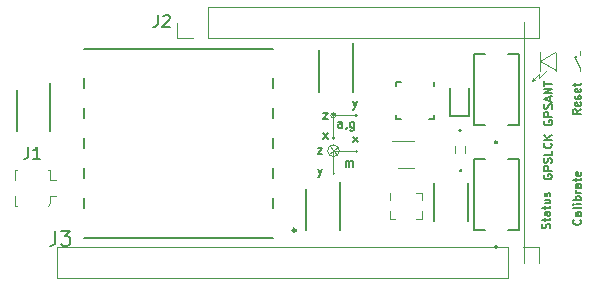
<source format=gbr>
G04 #@! TF.GenerationSoftware,KiCad,Pcbnew,(5.1.4)-1*
G04 #@! TF.CreationDate,2019-11-20T19:39:55+01:00*
G04 #@! TF.ProjectId,Open_Telemetry_digitalSensorShield,4f70656e-5f54-4656-9c65-6d657472795f,P1A_02 - Prototype manuf.*
G04 #@! TF.SameCoordinates,Original*
G04 #@! TF.FileFunction,Legend,Top*
G04 #@! TF.FilePolarity,Positive*
%FSLAX46Y46*%
G04 Gerber Fmt 4.6, Leading zero omitted, Abs format (unit mm)*
G04 Created by KiCad (PCBNEW (5.1.4)-1) date 2019-11-20 19:39:55*
%MOMM*%
%LPD*%
G04 APERTURE LIST*
%ADD10C,0.120000*%
%ADD11C,0.150000*%
%ADD12C,0.200000*%
%ADD13C,0.254000*%
%ADD14C,0.100000*%
G04 APERTURE END LIST*
D10*
X242732560Y-143746220D02*
X242719860Y-143753840D01*
X241975640Y-144343120D02*
X242732560Y-143746220D01*
X242059460Y-143677640D02*
X242727480Y-144426940D01*
X242878219Y-144063720D02*
G75*
G03X242878219Y-144063720I-497010J0D01*
G01*
D11*
X243422051Y-145429165D02*
X243422051Y-144929165D01*
X243422051Y-145000594D02*
X243457765Y-144964880D01*
X243529194Y-144929165D01*
X243636337Y-144929165D01*
X243707765Y-144964880D01*
X243743480Y-145036308D01*
X243743480Y-145429165D01*
X243743480Y-145036308D02*
X243779194Y-144964880D01*
X243850622Y-144929165D01*
X243957765Y-144929165D01*
X244029194Y-144964880D01*
X244064908Y-145036308D01*
X244064908Y-145429165D01*
X241037608Y-145564165D02*
X241216180Y-146064165D01*
X241394751Y-145564165D02*
X241216180Y-146064165D01*
X241144751Y-146242737D01*
X241109037Y-146278451D01*
X241037608Y-146314165D01*
X241052771Y-143862365D02*
X241445628Y-143862365D01*
X241052771Y-144362365D01*
X241445628Y-144362365D01*
X244055051Y-143356525D02*
X244447908Y-142856525D01*
X244055051Y-142856525D02*
X244447908Y-143356525D01*
D10*
X242445540Y-145923000D02*
X242387120Y-146047460D01*
X244279420Y-143997680D02*
X244403880Y-144056100D01*
X244276880Y-144134840D02*
X244279420Y-143997680D01*
X242384580Y-146060160D02*
X242308380Y-145920460D01*
X242308380Y-145920460D02*
X242445540Y-145923000D01*
X244416580Y-144058640D02*
X244276880Y-144134840D01*
X242382040Y-144058640D02*
X242384580Y-146060160D01*
X242366800Y-144061180D02*
X244368320Y-144058640D01*
D11*
X243101857Y-142099225D02*
X243101857Y-141706368D01*
X243066142Y-141634940D01*
X242994714Y-141599225D01*
X242851857Y-141599225D01*
X242780428Y-141634940D01*
X243101857Y-142063511D02*
X243030428Y-142099225D01*
X242851857Y-142099225D01*
X242780428Y-142063511D01*
X242744714Y-141992082D01*
X242744714Y-141920654D01*
X242780428Y-141849225D01*
X242851857Y-141813511D01*
X243030428Y-141813511D01*
X243101857Y-141777797D01*
X243494714Y-142063511D02*
X243494714Y-142099225D01*
X243459000Y-142170654D01*
X243423285Y-142206368D01*
X244137571Y-141599225D02*
X244137571Y-142206368D01*
X244101857Y-142277797D01*
X244066142Y-142313511D01*
X243994714Y-142349225D01*
X243887571Y-142349225D01*
X243816142Y-142313511D01*
X244137571Y-142063511D02*
X244066142Y-142099225D01*
X243923285Y-142099225D01*
X243851857Y-142063511D01*
X243816142Y-142027797D01*
X243780428Y-141956368D01*
X243780428Y-141742082D01*
X243816142Y-141670654D01*
X243851857Y-141634940D01*
X243923285Y-141599225D01*
X244066142Y-141599225D01*
X244137571Y-141634940D01*
X241504891Y-140888025D02*
X241897748Y-140888025D01*
X241504891Y-141388025D01*
X241897748Y-141388025D01*
X241532831Y-143054265D02*
X241925688Y-142554265D01*
X241532831Y-142554265D02*
X241925688Y-143054265D01*
X244057668Y-139849165D02*
X244236240Y-140349165D01*
X244414811Y-139849165D02*
X244236240Y-140349165D01*
X244164811Y-140527737D01*
X244129097Y-140563451D01*
X244057668Y-140599165D01*
D10*
X242493913Y-141048740D02*
G75*
G03X242493913Y-141048740I-114413J0D01*
G01*
X242592042Y-141066520D02*
G75*
G03X242592042Y-141066520I-212542J0D01*
G01*
X242430300Y-142915640D02*
X242371880Y-143040100D01*
X242293140Y-142913100D02*
X242430300Y-142915640D01*
X242366800Y-141051280D02*
X242369340Y-143052800D01*
X242369340Y-143052800D02*
X242293140Y-142913100D01*
X244215920Y-140990320D02*
X244340380Y-141048740D01*
X244213380Y-141127480D02*
X244215920Y-140990320D01*
X244353080Y-141051280D02*
X244213380Y-141127480D01*
X242351560Y-141053820D02*
X244353080Y-141051280D01*
X263271000Y-135991600D02*
X263271000Y-135636000D01*
X262763000Y-136144000D02*
X262813800Y-136245600D01*
X262940800Y-136042400D02*
X262737600Y-136118600D01*
X262813800Y-136245600D02*
X262940800Y-136042400D01*
X263271000Y-137033000D02*
X262813800Y-136245600D01*
X263271000Y-137287000D02*
X263271000Y-137033000D01*
D11*
X260236220Y-141509253D02*
X260202886Y-141575920D01*
X260202886Y-141675920D01*
X260236220Y-141775920D01*
X260302886Y-141842586D01*
X260369553Y-141875920D01*
X260502886Y-141909253D01*
X260602886Y-141909253D01*
X260736220Y-141875920D01*
X260802886Y-141842586D01*
X260869553Y-141775920D01*
X260902886Y-141675920D01*
X260902886Y-141609253D01*
X260869553Y-141509253D01*
X260836220Y-141475920D01*
X260602886Y-141475920D01*
X260602886Y-141609253D01*
X260902886Y-141175920D02*
X260202886Y-141175920D01*
X260202886Y-140909253D01*
X260236220Y-140842586D01*
X260269553Y-140809253D01*
X260336220Y-140775920D01*
X260436220Y-140775920D01*
X260502886Y-140809253D01*
X260536220Y-140842586D01*
X260569553Y-140909253D01*
X260569553Y-141175920D01*
X260869553Y-140509253D02*
X260902886Y-140409253D01*
X260902886Y-140242586D01*
X260869553Y-140175920D01*
X260836220Y-140142586D01*
X260769553Y-140109253D01*
X260702886Y-140109253D01*
X260636220Y-140142586D01*
X260602886Y-140175920D01*
X260569553Y-140242586D01*
X260536220Y-140375920D01*
X260502886Y-140442586D01*
X260469553Y-140475920D01*
X260402886Y-140509253D01*
X260336220Y-140509253D01*
X260269553Y-140475920D01*
X260236220Y-140442586D01*
X260202886Y-140375920D01*
X260202886Y-140209253D01*
X260236220Y-140109253D01*
X260702886Y-139842586D02*
X260702886Y-139509253D01*
X260902886Y-139909253D02*
X260202886Y-139675920D01*
X260902886Y-139442586D01*
X260902886Y-139209253D02*
X260202886Y-139209253D01*
X260902886Y-138809253D01*
X260202886Y-138809253D01*
X260202886Y-138575920D02*
X260202886Y-138175920D01*
X260902886Y-138375920D02*
X260202886Y-138375920D01*
X260210820Y-146080453D02*
X260177486Y-146147120D01*
X260177486Y-146247120D01*
X260210820Y-146347120D01*
X260277486Y-146413786D01*
X260344153Y-146447120D01*
X260477486Y-146480453D01*
X260577486Y-146480453D01*
X260710820Y-146447120D01*
X260777486Y-146413786D01*
X260844153Y-146347120D01*
X260877486Y-146247120D01*
X260877486Y-146180453D01*
X260844153Y-146080453D01*
X260810820Y-146047120D01*
X260577486Y-146047120D01*
X260577486Y-146180453D01*
X260877486Y-145747120D02*
X260177486Y-145747120D01*
X260177486Y-145480453D01*
X260210820Y-145413786D01*
X260244153Y-145380453D01*
X260310820Y-145347120D01*
X260410820Y-145347120D01*
X260477486Y-145380453D01*
X260510820Y-145413786D01*
X260544153Y-145480453D01*
X260544153Y-145747120D01*
X260844153Y-145080453D02*
X260877486Y-144980453D01*
X260877486Y-144813786D01*
X260844153Y-144747120D01*
X260810820Y-144713786D01*
X260744153Y-144680453D01*
X260677486Y-144680453D01*
X260610820Y-144713786D01*
X260577486Y-144747120D01*
X260544153Y-144813786D01*
X260510820Y-144947120D01*
X260477486Y-145013786D01*
X260444153Y-145047120D01*
X260377486Y-145080453D01*
X260310820Y-145080453D01*
X260244153Y-145047120D01*
X260210820Y-145013786D01*
X260177486Y-144947120D01*
X260177486Y-144780453D01*
X260210820Y-144680453D01*
X260877486Y-144047120D02*
X260877486Y-144380453D01*
X260177486Y-144380453D01*
X260810820Y-143413786D02*
X260844153Y-143447120D01*
X260877486Y-143547120D01*
X260877486Y-143613786D01*
X260844153Y-143713786D01*
X260777486Y-143780453D01*
X260710820Y-143813786D01*
X260577486Y-143847120D01*
X260477486Y-143847120D01*
X260344153Y-143813786D01*
X260277486Y-143780453D01*
X260210820Y-143713786D01*
X260177486Y-143613786D01*
X260177486Y-143547120D01*
X260210820Y-143447120D01*
X260244153Y-143413786D01*
X260877486Y-143113786D02*
X260177486Y-143113786D01*
X260877486Y-142713786D02*
X260477486Y-143013786D01*
X260177486Y-142713786D02*
X260577486Y-143113786D01*
D10*
X259290820Y-137891520D02*
X259443220Y-138069320D01*
X259189220Y-138196320D02*
X259290820Y-137891520D01*
X259468620Y-138069320D02*
X259189220Y-138196320D01*
X259773420Y-137586720D02*
X259265420Y-138094720D01*
X259748020Y-137866120D02*
X259773420Y-137586720D01*
X260459220Y-137231120D02*
X259748020Y-137866120D01*
X259875020Y-137281920D02*
X259875020Y-135707120D01*
X259900420Y-136494520D02*
X261195820Y-137256520D01*
X261170420Y-135732520D02*
X259900420Y-136494520D01*
X261195820Y-137281920D02*
X261195820Y-135757920D01*
D11*
X260691753Y-150634986D02*
X260725086Y-150534986D01*
X260725086Y-150368320D01*
X260691753Y-150301653D01*
X260658420Y-150268320D01*
X260591753Y-150234986D01*
X260525086Y-150234986D01*
X260458420Y-150268320D01*
X260425086Y-150301653D01*
X260391753Y-150368320D01*
X260358420Y-150501653D01*
X260325086Y-150568320D01*
X260291753Y-150601653D01*
X260225086Y-150634986D01*
X260158420Y-150634986D01*
X260091753Y-150601653D01*
X260058420Y-150568320D01*
X260025086Y-150501653D01*
X260025086Y-150334986D01*
X260058420Y-150234986D01*
X260258420Y-150034986D02*
X260258420Y-149768320D01*
X260025086Y-149934986D02*
X260625086Y-149934986D01*
X260691753Y-149901653D01*
X260725086Y-149834986D01*
X260725086Y-149768320D01*
X260725086Y-149234986D02*
X260358420Y-149234986D01*
X260291753Y-149268320D01*
X260258420Y-149334986D01*
X260258420Y-149468320D01*
X260291753Y-149534986D01*
X260691753Y-149234986D02*
X260725086Y-149301653D01*
X260725086Y-149468320D01*
X260691753Y-149534986D01*
X260625086Y-149568320D01*
X260558420Y-149568320D01*
X260491753Y-149534986D01*
X260458420Y-149468320D01*
X260458420Y-149301653D01*
X260425086Y-149234986D01*
X260258420Y-149001653D02*
X260258420Y-148734986D01*
X260025086Y-148901653D02*
X260625086Y-148901653D01*
X260691753Y-148868320D01*
X260725086Y-148801653D01*
X260725086Y-148734986D01*
X260258420Y-148201653D02*
X260725086Y-148201653D01*
X260258420Y-148501653D02*
X260625086Y-148501653D01*
X260691753Y-148468320D01*
X260725086Y-148401653D01*
X260725086Y-148301653D01*
X260691753Y-148234986D01*
X260658420Y-148201653D01*
X260691753Y-147901653D02*
X260725086Y-147834986D01*
X260725086Y-147701653D01*
X260691753Y-147634986D01*
X260625086Y-147601653D01*
X260591753Y-147601653D01*
X260525086Y-147634986D01*
X260491753Y-147701653D01*
X260491753Y-147801653D01*
X260458420Y-147868320D01*
X260391753Y-147901653D01*
X260358420Y-147901653D01*
X260291753Y-147868320D01*
X260258420Y-147801653D01*
X260258420Y-147701653D01*
X260291753Y-147634986D01*
X263333666Y-140541266D02*
X263000333Y-140774600D01*
X263333666Y-140941266D02*
X262633666Y-140941266D01*
X262633666Y-140674600D01*
X262667000Y-140607933D01*
X262700333Y-140574600D01*
X262767000Y-140541266D01*
X262867000Y-140541266D01*
X262933666Y-140574600D01*
X262967000Y-140607933D01*
X263000333Y-140674600D01*
X263000333Y-140941266D01*
X263300333Y-139974600D02*
X263333666Y-140041266D01*
X263333666Y-140174600D01*
X263300333Y-140241266D01*
X263233666Y-140274600D01*
X262967000Y-140274600D01*
X262900333Y-140241266D01*
X262867000Y-140174600D01*
X262867000Y-140041266D01*
X262900333Y-139974600D01*
X262967000Y-139941266D01*
X263033666Y-139941266D01*
X263100333Y-140274600D01*
X263300333Y-139674600D02*
X263333666Y-139607933D01*
X263333666Y-139474600D01*
X263300333Y-139407933D01*
X263233666Y-139374600D01*
X263200333Y-139374600D01*
X263133666Y-139407933D01*
X263100333Y-139474600D01*
X263100333Y-139574600D01*
X263067000Y-139641266D01*
X263000333Y-139674600D01*
X262967000Y-139674600D01*
X262900333Y-139641266D01*
X262867000Y-139574600D01*
X262867000Y-139474600D01*
X262900333Y-139407933D01*
X263300333Y-138807933D02*
X263333666Y-138874600D01*
X263333666Y-139007933D01*
X263300333Y-139074600D01*
X263233666Y-139107933D01*
X262967000Y-139107933D01*
X262900333Y-139074600D01*
X262867000Y-139007933D01*
X262867000Y-138874600D01*
X262900333Y-138807933D01*
X262967000Y-138774600D01*
X263033666Y-138774600D01*
X263100333Y-139107933D01*
X262867000Y-138574600D02*
X262867000Y-138307933D01*
X262633666Y-138474600D02*
X263233666Y-138474600D01*
X263300333Y-138441266D01*
X263333666Y-138374600D01*
X263333666Y-138307933D01*
X263292400Y-149882000D02*
X263325733Y-149915333D01*
X263359066Y-150015333D01*
X263359066Y-150082000D01*
X263325733Y-150182000D01*
X263259066Y-150248666D01*
X263192400Y-150282000D01*
X263059066Y-150315333D01*
X262959066Y-150315333D01*
X262825733Y-150282000D01*
X262759066Y-150248666D01*
X262692400Y-150182000D01*
X262659066Y-150082000D01*
X262659066Y-150015333D01*
X262692400Y-149915333D01*
X262725733Y-149882000D01*
X263359066Y-149282000D02*
X262992400Y-149282000D01*
X262925733Y-149315333D01*
X262892400Y-149382000D01*
X262892400Y-149515333D01*
X262925733Y-149582000D01*
X263325733Y-149282000D02*
X263359066Y-149348666D01*
X263359066Y-149515333D01*
X263325733Y-149582000D01*
X263259066Y-149615333D01*
X263192400Y-149615333D01*
X263125733Y-149582000D01*
X263092400Y-149515333D01*
X263092400Y-149348666D01*
X263059066Y-149282000D01*
X263359066Y-148848666D02*
X263325733Y-148915333D01*
X263259066Y-148948666D01*
X262659066Y-148948666D01*
X263359066Y-148582000D02*
X262892400Y-148582000D01*
X262659066Y-148582000D02*
X262692400Y-148615333D01*
X262725733Y-148582000D01*
X262692400Y-148548666D01*
X262659066Y-148582000D01*
X262725733Y-148582000D01*
X263359066Y-148248666D02*
X262659066Y-148248666D01*
X262925733Y-148248666D02*
X262892400Y-148182000D01*
X262892400Y-148048666D01*
X262925733Y-147982000D01*
X262959066Y-147948666D01*
X263025733Y-147915333D01*
X263225733Y-147915333D01*
X263292400Y-147948666D01*
X263325733Y-147982000D01*
X263359066Y-148048666D01*
X263359066Y-148182000D01*
X263325733Y-148248666D01*
X263359066Y-147615333D02*
X262892400Y-147615333D01*
X263025733Y-147615333D02*
X262959066Y-147582000D01*
X262925733Y-147548666D01*
X262892400Y-147482000D01*
X262892400Y-147415333D01*
X263359066Y-146882000D02*
X262992400Y-146882000D01*
X262925733Y-146915333D01*
X262892400Y-146982000D01*
X262892400Y-147115333D01*
X262925733Y-147182000D01*
X263325733Y-146882000D02*
X263359066Y-146948666D01*
X263359066Y-147115333D01*
X263325733Y-147182000D01*
X263259066Y-147215333D01*
X263192400Y-147215333D01*
X263125733Y-147182000D01*
X263092400Y-147115333D01*
X263092400Y-146948666D01*
X263059066Y-146882000D01*
X262892400Y-146648666D02*
X262892400Y-146382000D01*
X262659066Y-146548666D02*
X263259066Y-146548666D01*
X263325733Y-146515333D01*
X263359066Y-146448666D01*
X263359066Y-146382000D01*
X263325733Y-145882000D02*
X263359066Y-145948666D01*
X263359066Y-146082000D01*
X263325733Y-146148666D01*
X263259066Y-146182000D01*
X262992400Y-146182000D01*
X262925733Y-146148666D01*
X262892400Y-146082000D01*
X262892400Y-145948666D01*
X262925733Y-145882000D01*
X262992400Y-145848666D01*
X263059066Y-145848666D01*
X263125733Y-146182000D01*
D10*
X258508500Y-153543000D02*
X258508500Y-133159500D01*
D12*
X254314880Y-150769580D02*
X254314880Y-144769580D01*
X258114880Y-144769580D02*
X258114880Y-150769580D01*
X254314880Y-150769580D02*
X255229880Y-150769580D01*
X258114880Y-150769580D02*
X257199880Y-150769580D01*
X254314880Y-144769580D02*
X255229880Y-144769580D01*
X258114880Y-144769580D02*
X257199880Y-144769580D01*
D13*
X256225880Y-152198580D02*
G75*
G03X256225880Y-152198580I-72000J0D01*
G01*
D12*
X254314880Y-141907520D02*
X254314880Y-135907520D01*
X258114880Y-135907520D02*
X258114880Y-141907520D01*
X254314880Y-141907520D02*
X255229880Y-141907520D01*
X258114880Y-141907520D02*
X257199880Y-141907520D01*
X254314880Y-135907520D02*
X255229880Y-135907520D01*
X258114880Y-135907520D02*
X257199880Y-135907520D01*
D13*
X256225880Y-143336520D02*
G75*
G03X256225880Y-143336520I-72000J0D01*
G01*
D14*
X247150000Y-148240000D02*
X247150000Y-147600000D01*
X249370000Y-147600000D02*
X249850000Y-147600000D01*
X249850000Y-148240000D02*
X249850000Y-147600000D01*
X247150000Y-149800000D02*
X247150000Y-149160000D01*
X249850000Y-149800000D02*
X249850000Y-149160000D01*
X249370000Y-149800000D02*
X249850000Y-149800000D01*
X247150000Y-149800000D02*
X247630000Y-149800000D01*
D10*
X215416000Y-148718000D02*
X215416000Y-147918000D01*
X215616000Y-148718000D02*
X215416000Y-148718000D01*
X215416000Y-145718000D02*
X215616000Y-145718000D01*
X215416000Y-146518000D02*
X215416000Y-145718000D01*
X218416000Y-145718000D02*
X218416000Y-146518000D01*
X218216000Y-145718000D02*
X218416000Y-145718000D01*
X218416000Y-148518000D02*
X218216000Y-148718000D01*
X218416000Y-147918000D02*
X218416000Y-148518000D01*
X218416000Y-147918000D02*
X218916000Y-147918000D01*
X218416000Y-146518000D02*
X218916000Y-146518000D01*
D12*
X221289000Y-135408000D02*
X237289000Y-135408000D01*
X221289000Y-151408000D02*
X237289000Y-151408000D01*
X221289000Y-137898000D02*
X221289000Y-138758000D01*
X221289000Y-140438000D02*
X221289000Y-141298000D01*
X221289000Y-142978000D02*
X221289000Y-143838000D01*
X221289000Y-145518000D02*
X221289000Y-146378000D01*
X221289000Y-148058000D02*
X221289000Y-148918000D01*
X237289000Y-137898000D02*
X237289000Y-138758000D01*
X237289000Y-140438000D02*
X237289000Y-141298000D01*
X237289000Y-142978000D02*
X237289000Y-143838000D01*
X237289000Y-145518000D02*
X237289000Y-146378000D01*
X237289000Y-148058000D02*
X237289000Y-148918000D01*
D13*
X239192300Y-150793000D02*
G75*
G03X239192300Y-150793000I-142300J0D01*
G01*
D10*
X229175000Y-134553000D02*
X229175000Y-133223000D01*
X230505000Y-134553000D02*
X229175000Y-134553000D01*
X231775000Y-134553000D02*
X231775000Y-131893000D01*
X231775000Y-131893000D02*
X259775000Y-131893000D01*
X231775000Y-134553000D02*
X259775000Y-134553000D01*
X259775000Y-134553000D02*
X259775000Y-131893000D01*
X259775000Y-152213000D02*
X259775000Y-153543000D01*
X258445000Y-152213000D02*
X259775000Y-152213000D01*
X257175000Y-152213000D02*
X257175000Y-154873000D01*
X257175000Y-154873000D02*
X219015000Y-154873000D01*
X257175000Y-152213000D02*
X219015000Y-152213000D01*
X219015000Y-152213000D02*
X219015000Y-154873000D01*
D12*
X240100000Y-147280000D02*
X240100000Y-150780000D01*
X242900000Y-150780000D02*
X242900000Y-146680000D01*
X244000000Y-139050000D02*
X244000000Y-134950000D01*
X241200000Y-135550000D02*
X241200000Y-139050000D01*
X215567000Y-138915000D02*
X215567000Y-142415000D01*
X218367000Y-142415000D02*
X218367000Y-138315000D01*
X253885000Y-141123000D02*
X253885000Y-138748000D01*
X252235000Y-141123000D02*
X253885000Y-141123000D01*
X252235000Y-138748000D02*
X252235000Y-141123000D01*
X252986000Y-142342000D02*
G75*
G03X253186000Y-142342000I100000J0D01*
G01*
X253186000Y-142342000D02*
G75*
G03X252986000Y-142342000I-100000J0D01*
G01*
D14*
X253486000Y-143642000D02*
X253486000Y-144242000D01*
X252686000Y-143642000D02*
X252686000Y-144242000D01*
D12*
X253186000Y-142342000D02*
X253186000Y-142342000D01*
X252986000Y-142342000D02*
X252986000Y-142342000D01*
D10*
X249230000Y-143200000D02*
X247330000Y-143200000D01*
X247830000Y-145520000D02*
X249230000Y-145520000D01*
D11*
X250876000Y-138202000D02*
X250876000Y-138602000D01*
X250876000Y-141402000D02*
X250876000Y-141002000D01*
X250876000Y-141402000D02*
X250476000Y-141402000D01*
X247676000Y-141402000D02*
X247676000Y-141002000D01*
X247676000Y-141402000D02*
X248076000Y-141402000D01*
X247676000Y-138202000D02*
X247676000Y-138602000D01*
X247676000Y-138202000D02*
X248076000Y-138202000D01*
D13*
X253162000Y-145742000D02*
G75*
G03X253162000Y-145742000I-34000J0D01*
G01*
D12*
X250890000Y-146780000D02*
X250890000Y-149980000D01*
X253790000Y-149980000D02*
X253790000Y-146780000D01*
D11*
X216557266Y-143724380D02*
X216557266Y-144438666D01*
X216509647Y-144581523D01*
X216414409Y-144676761D01*
X216271552Y-144724380D01*
X216176314Y-144724380D01*
X217557266Y-144724380D02*
X216985838Y-144724380D01*
X217271552Y-144724380D02*
X217271552Y-143724380D01*
X217176314Y-143867238D01*
X217081076Y-143962476D01*
X216985838Y-144010095D01*
X227530066Y-132573780D02*
X227530066Y-133288066D01*
X227482447Y-133430923D01*
X227387209Y-133526161D01*
X227244352Y-133573780D01*
X227149114Y-133573780D01*
X227958638Y-132669019D02*
X228006257Y-132621400D01*
X228101495Y-132573780D01*
X228339590Y-132573780D01*
X228434828Y-132621400D01*
X228482447Y-132669019D01*
X228530066Y-132764257D01*
X228530066Y-132859495D01*
X228482447Y-133002352D01*
X227911019Y-133573780D01*
X228530066Y-133573780D01*
X218851373Y-150841716D02*
X218851373Y-151734573D01*
X218791849Y-151913144D01*
X218672801Y-152032192D01*
X218494230Y-152091716D01*
X218375182Y-152091716D01*
X219327563Y-150841716D02*
X220101373Y-150841716D01*
X219684706Y-151317906D01*
X219863278Y-151317906D01*
X219982325Y-151377430D01*
X220041849Y-151436954D01*
X220101373Y-151556001D01*
X220101373Y-151853620D01*
X220041849Y-151972668D01*
X219982325Y-152032192D01*
X219863278Y-152091716D01*
X219506135Y-152091716D01*
X219387087Y-152032192D01*
X219327563Y-151972668D01*
M02*

</source>
